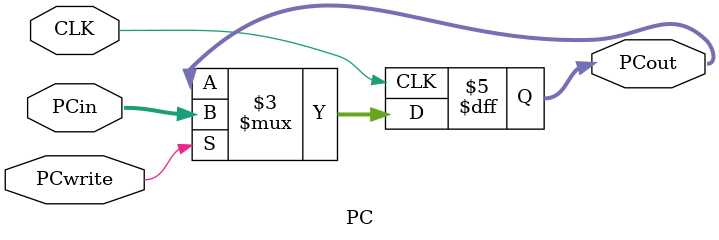
<source format=v>
module PC (
    input CLK,
    input [7:0] PCin,
    input PCwrite,
    output reg [7:0] PCout
    );

    initial begin
        PCout = 0;
    end

    always @(posedge CLK) begin
        if (PCwrite) begin
            PCout <= PCin;
        end
    end
endmodule
</source>
